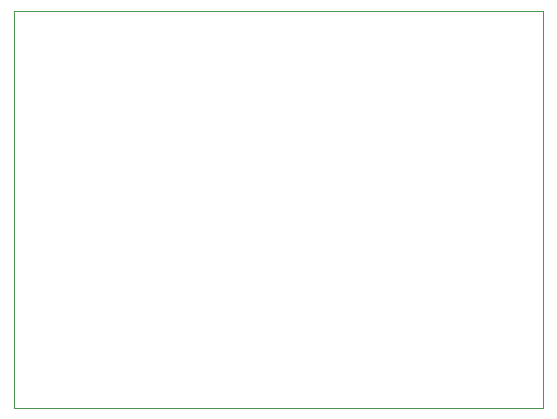
<source format=gbr>
%TF.GenerationSoftware,KiCad,Pcbnew,7.0.1*%
%TF.CreationDate,2023-04-13T11:59:35+02:00*%
%TF.ProjectId,PCBGYRO,50434247-5952-44f2-9e6b-696361645f70,rev?*%
%TF.SameCoordinates,Original*%
%TF.FileFunction,Profile,NP*%
%FSLAX46Y46*%
G04 Gerber Fmt 4.6, Leading zero omitted, Abs format (unit mm)*
G04 Created by KiCad (PCBNEW 7.0.1) date 2023-04-13 11:59:35*
%MOMM*%
%LPD*%
G01*
G04 APERTURE LIST*
%TA.AperFunction,Profile*%
%ADD10C,0.100000*%
%TD*%
G04 APERTURE END LIST*
D10*
X41198800Y-40208200D02*
X86004400Y-40208200D01*
X86004400Y-73888600D01*
X41198800Y-73888600D01*
X41198800Y-40208200D01*
M02*

</source>
